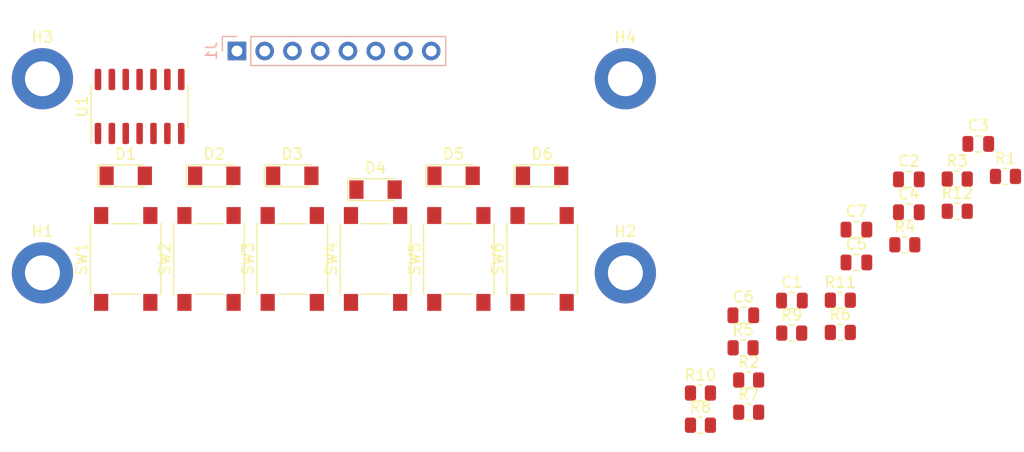
<source format=kicad_pcb>
(kicad_pcb (version 20211014) (generator pcbnew)
  (layers (0 "F.Cu" signal) (31 "B.Cu" signal) (34 "B.Paste" user) (35 "F.Paste" user) (36 "B.SilkS" user "B.Silkscreen") (37 "F.SilkS" user "F.Silkscreen") (38 "B.Mask" user) (39 "F.Mask" user) (44 "Edge.Cuts" user))
  (net 0 "")
  (net 1 "Net-(C1-Pad1)")
  (net 2 "GND")
  (net 3 "Net-(C2-Pad1)")
  (net 4 "Net-(C3-Pad1)")
  (net 5 "Net-(C4-Pad1)")
  (net 6 "Net-(C5-Pad1)")
  (net 7 "Net-(C6-Pad1)")
  (net 8 "VCC")
  (net 9 "Net-(D1-Pad2)")
  (net 10 "Net-(D2-Pad2)")
  (net 11 "Net-(D3-Pad2)")
  (net 12 "Net-(D4-Pad2)")
  (net 13 "Net-(D5-Pad2)")
  (net 14 "Net-(D6-Pad2)")
  (net 15 "A")
  (net 16 "B")
  (net 17 "C")
  (net 18 "D")
  (net 19 "E")
  (net 20 "F")
  (footprint "Resistor_SMD:R_0805_2012Metric" (layer "F.Cu") (at 142.76 106.67)
    (fp_text reference "R8" (at 0 -1.65) (layer "F.SilkS"))
    (fp_text value "1K")
    (fp_line (start -0.227064 0.735) (end 0.227064 0.735) (layer "F.SilkS") (width 0.12))
    (fp_line (start -0.227064 -0.735) (end 0.227064 -0.735) (layer "F.SilkS") (width 0.12))
    (pad "1" smd roundrect (at -0.9125 0) (size 1.025 1.4) (layers "F.Cu" "F.Paste" "F.Mask") (roundrect_rratio 0.243902) (net 5 "Net-(C4-Pad1)"))
    (pad "2" smd roundrect (at 0.9125 0) (size 1.025 1.4) (layers "F.Cu" "F.Paste" "F.Mask") (roundrect_rratio 0.243902) (net 12 "Net-(D4-Pad2)"))
  )
  (footprint "Capacitor_SMD:C_0805_2012Metric" (layer "F.Cu") (at 157.03 88.75)
    (fp_text reference "C7" (at 0 -1.68) (layer "F.SilkS"))
    (fp_text value "100nF")
    (fp_line (start -0.261252 -0.735) (end 0.261252 -0.735) (layer "F.SilkS") (width 0.12))
    (fp_line (start -0.261252 0.735) (end 0.261252 0.735) (layer "F.SilkS") (width 0.12))
    (pad "1" smd roundrect (at -0.95 0) (size 1 1.45) (layers "F.Cu" "F.Paste" "F.Mask") (net 8 "VCC"))
    (pad "2" smd roundrect (at 0.95 0) (size 1 1.45) (layers "F.Cu" "F.Paste" "F.Mask") (net 2 "GND"))
  )
  (footprint "Resistor_SMD:R_0805_2012Metric" (layer "F.Cu") (at 146.66 99.58)
    (fp_text reference "R5" (at 0 -1.65) (layer "F.SilkS"))
    (fp_text value "10K")
    (fp_line (start -0.227064 0.735) (end 0.227064 0.735) (layer "F.SilkS") (width 0.12))
    (fp_line (start -0.227064 -0.735) (end 0.227064 -0.735) (layer "F.SilkS") (width 0.12))
    (pad "1" smd roundrect (at -0.9125 0) (size 1.025 1.4) (layers "F.Cu" "F.Paste" "F.Mask") (roundrect_rratio 0.243902) (net 8 "VCC"))
    (pad "2" smd roundrect (at 0.9125 0) (size 1.025 1.4) (layers "F.Cu" "F.Paste" "F.Mask") (roundrect_rratio 0.243902) (net 11 "Net-(D3-Pad2)"))
  )
  (footprint "Resistor_SMD:R_0805_2012Metric" (layer "F.Cu") (at 161.46 90.14)
    (fp_text reference "R4" (at 0 -1.65) (layer "F.SilkS"))
    (fp_text value "1K")
    (fp_line (start -0.227064 0.735) (end 0.227064 0.735) (layer "F.SilkS") (width 0.12))
    (fp_line (start -0.227064 -0.735) (end 0.227064 -0.735) (layer "F.SilkS") (width 0.12))
    (pad "1" smd roundrect (at -0.9125 0) (size 1.025 1.4) (layers "F.Cu" "F.Paste" "F.Mask") (roundrect_rratio 0.243902) (net 3 "Net-(C2-Pad1)"))
    (pad "2" smd roundrect (at 0.9125 0) (size 1.025 1.4) (layers "F.Cu" "F.Paste" "F.Mask") (roundrect_rratio 0.243902) (net 10 "Net-(D2-Pad2)"))
  )
  (footprint "MountingHole:MountingHole_3.2mm_M3_DIN965_Pad_TopBottom" (layer "F.Cu") (at 82.55 74.93)
    (fp_text reference "H3" (at 0 -3.8) (layer "F.SilkS"))
    (fp_text value "M3")
    (pad "1" connect circle (at 0 0) (size 5.6 5.6) (layers "B.Cu" "B.Mask") (net 2 "GND"))
    (pad "1" connect circle (at 0 0) (size 5.6 5.6) (layers "F.Cu" "F.Mask") (net 2 "GND"))
    (pad "1" thru_hole circle (at 0 0) (size 3.6 3.6) (drill 3.2) (layers *.Cu *.Mask) (net 2 "GND"))
  )
  (footprint "Capacitor_SMD:C_0805_2012Metric" (layer "F.Cu") (at 146.68 96.6)
    (fp_text reference "C6" (at 0 -1.68) (layer "F.SilkS"))
    (fp_text value "100nF")
    (fp_line (start -0.261252 -0.735) (end 0.261252 -0.735) (layer "F.SilkS") (width 0.12))
    (fp_line (start -0.261252 0.735) (end 0.261252 0.735) (layer "F.SilkS") (width 0.12))
    (pad "1" smd roundrect (at -0.95 0) (size 1 1.45) (layers "F.Cu" "F.Paste" "F.Mask") (net 7 "Net-(C6-Pad1)"))
    (pad "2" smd roundrect (at 0.95 0) (size 1 1.45) (layers "F.Cu" "F.Paste" "F.Mask") (net 2 "GND"))
  )
  (footprint "Resistor_SMD:R_0805_2012Metric" (layer "F.Cu") (at 142.76 103.72)
    (fp_text reference "R10" (at 0 -1.65) (layer "F.SilkS"))
    (fp_text value "10K")
    (fp_line (start -0.227064 0.735) (end 0.227064 0.735) (layer "F.SilkS") (width 0.12))
    (fp_line (start -0.227064 -0.735) (end 0.227064 -0.735) (layer "F.SilkS") (width 0.12))
    (pad "1" smd roundrect (at -0.9125 0) (size 1.025 1.4) (layers "F.Cu" "F.Paste" "F.Mask") (roundrect_rratio 0.243902) (net 8 "VCC"))
    (pad "2" smd roundrect (at 0.9125 0) (size 1.025 1.4) (layers "F.Cu" "F.Paste" "F.Mask") (roundrect_rratio 0.243902) (net 14 "Net-(D6-Pad2)"))
  )
  (footprint "Resistor_SMD:R_0805_2012Metric" (layer "F.Cu") (at 155.56 98.17)
    (fp_text reference "R6" (at 0 -1.65) (layer "F.SilkS"))
    (fp_text value "10K")
    (fp_line (start -0.227064 -0.735) (end 0.227064 -0.735) (layer "F.SilkS") (width 0.12))
    (fp_line (start -0.227064 0.735) (end 0.227064 0.735) (layer "F.SilkS") (width 0.12))
    (pad "1" smd roundrect (at -0.9125 0) (size 1.025 1.4) (layers "F.Cu" "F.Paste" "F.Mask") (roundrect_rratio 0.243902) (net 8 "VCC"))
    (pad "2" smd roundrect (at 0.9125 0) (size 1.025 1.4) (layers "F.Cu" "F.Paste" "F.Mask") (roundrect_rratio 0.243902) (net 12 "Net-(D4-Pad2)"))
  )
  (footprint "Resistor_SMD:R_0805_2012Metric" (layer "F.Cu") (at 155.56 95.22)
    (fp_text reference "R11" (at 0 -1.65) (layer "F.SilkS"))
    (fp_text value "1K")
    (fp_line (start -0.227064 0.735) (end 0.227064 0.735) (layer "F.SilkS") (width 0.12))
    (fp_line (start -0.227064 -0.735) (end 0.227064 -0.735) (layer "F.SilkS") (width 0.12))
    (pad "1" smd roundrect (at -0.9125 0) (size 1.025 1.4) (layers "F.Cu" "F.Paste" "F.Mask") (roundrect_rratio 0.243902) (net 6 "Net-(C5-Pad1)"))
    (pad "2" smd roundrect (at 0.9125 0) (size 1.025 1.4) (layers "F.Cu" "F.Paste" "F.Mask") (roundrect_rratio 0.243902) (net 13 "Net-(D5-Pad2)"))
  )
  (footprint "Resistor_SMD:R_0805_2012Metric" (layer "F.Cu") (at 170.67 83.88)
    (fp_text reference "R1" (at 0 -1.65) (layer "F.SilkS"))
    (fp_text value "10K")
    (fp_line (start -0.227064 0.735) (end 0.227064 0.735) (layer "F.SilkS") (width 0.12))
    (fp_line (start -0.227064 -0.735) (end 0.227064 -0.735) (layer "F.SilkS") (width 0.12))
    (pad "1" smd roundrect (at -0.9125 0) (size 1.025 1.4) (layers "F.Cu" "F.Paste" "F.Mask") (roundrect_rratio 0.243902) (net 8 "VCC"))
    (pad "2" smd roundrect (at 0.9125 0) (size 1.025 1.4) (layers "F.Cu" "F.Paste" "F.Mask") (roundrect_rratio 0.243902) (net 9 "Net-(D1-Pad2)"))
  )
  (footprint "Diode_SMD:D_MiniMELF" (layer "F.Cu") (at 105.41 83.82)
    (fp_text reference "D3" (at 0 -2) (layer "F.SilkS"))
    (fp_text value "LL4148")
    (fp_line (start -2.55 -1) (end -2.55 1) (layer "F.SilkS") (width 0.12))
    (fp_line (start -2.55 1) (end 1.75 1) (layer "F.SilkS") (width 0.12))
    (fp_line (start 1.75 -1) (end -2.55 -1) (layer "F.SilkS") (width 0.12))
    (pad "1" smd rect (at -1.75 0) (size 1.3 1.7) (layers "F.Cu" "F.Paste" "F.Mask") (net 4 "Net-(C3-Pad1)"))
    (pad "2" smd rect (at 1.75 0) (size 1.3 1.7) (layers "F.Cu" "F.Paste" "F.Mask") (net 11 "Net-(D3-Pad2)"))
  )
  (footprint "Button_Switch_SMD:SW_SPST_PTS645" (layer "F.Cu") (at 120.65 91.44 90)
    (fp_text reference "SW5" (at 0 -4.05 90) (layer "F.SilkS"))
    (fp_text value "E")
    (fp_line (start -3.23 3.23) (end -3.23 3.2) (layer "F.SilkS") (width 0.12))
    (fp_line (start 3.23 3.23) (end 3.23 3.2) (layer "F.SilkS") (width 0.12))
    (fp_line (start 3.23 -3.23) (end 3.23 -3.2) (layer "F.SilkS") (width 0.12))
    (fp_line (start -3.23 -3.2) (end -3.23 -3.23) (layer "F.SilkS") (width 0.12))
    (fp_line (start 3.23 -1.3) (end 3.23 1.3) (layer "F.SilkS") (width 0.12))
    (fp_line (start -3.23 -1.3) (end -3.23 1.3) (layer "F.SilkS") (width 0.12))
    (fp_line (start -3.23 -3.23) (end 3.23 -3.23) (layer "F.SilkS") (width 0.12))
    (fp_line (start -3.23 3.23) (end 3.23 3.23) (layer "F.SilkS") (width 0.12))
    (pad "1" smd rect (at 3.98 -2.25 90) (size 1.55 1.3) (layers "F.Cu" "F.Paste" "F.Mask") (net 2 "GND"))
    (pad "1" smd rect (at -3.98 -2.25 90) (size 1.55 1.3) (layers "F.Cu" "F.Paste" "F.Mask") (net 2 "GND"))
    (pad "2" smd rect (at 3.98 2.25 90) (size 1.55 1.3) (layers "F.Cu" "F.Paste" "F.Mask") (net 13 "Net-(D5-Pad2)"))
    (pad "2" smd rect (at -3.98 2.25 90) (size 1.55 1.3) (layers "F.Cu" "F.Paste" "F.Mask") (net 13 "Net-(D5-Pad2)"))
  )
  (footprint "Capacitor_SMD:C_0805_2012Metric" (layer "F.Cu") (at 161.83 84.15)
    (fp_text reference "C2" (at 0 -1.68) (layer "F.SilkS"))
    (fp_text value "100nF")
    (fp_line (start -0.261252 0.735) (end 0.261252 0.735) (layer "F.SilkS") (width 0.12))
    (fp_line (start -0.261252 -0.735) (end 0.261252 -0.735) (layer "F.SilkS") (width 0.12))
    (pad "1" smd roundrect (at -0.95 0) (size 1 1.45) (layers "F.Cu" "F.Paste" "F.Mask") (net 3 "Net-(C2-Pad1)"))
    (pad "2" smd roundrect (at 0.95 0) (size 1 1.45) (layers "F.Cu" "F.Paste" "F.Mask") (net 2 "GND"))
  )
  (footprint "MountingHole:MountingHole_3.2mm_M3_DIN965_Pad_TopBottom" (layer "F.Cu") (at 82.55 92.71)
    (fp_text reference "H1" (at 0 -3.8) (layer "F.SilkS"))
    (fp_text value "M3")
    (pad "1" thru_hole circle (at 0 0) (size 3.6 3.6) (drill 3.2) (layers *.Cu *.Mask) (net 2 "GND"))
    (pad "1" connect circle (at 0 0) (size 5.6 5.6) (layers "B.Cu" "B.Mask") (net 2 "GND"))
    (pad "1" connect circle (at 0 0) (size 5.6 5.6) (layers "F.Cu" "F.Mask") (net 2 "GND"))
  )
  (footprint "Diode_SMD:D_MiniMELF" (layer "F.Cu") (at 113.03 85.09)
    (fp_text reference "D4" (at 0 -2) (layer "F.SilkS"))
    (fp_text value "LL4148")
    (fp_line (start -2.55 1) (end 1.75 1) (layer "F.SilkS") (width 0.12))
    (fp_line (start 1.75 -1) (end -2.55 -1) (layer "F.SilkS") (width 0.12))
    (fp_line (start -2.55 -1) (end -2.55 1) (layer "F.SilkS") (width 0.12))
    (pad "1" smd rect (at -1.75 0) (size 1.3 1.7) (layers "F.Cu" "F.Paste" "F.Mask") (net 5 "Net-(C4-Pad1)"))
    (pad "2" smd rect (at 1.75 0) (size 1.3 1.7) (layers "F.Cu" "F.Paste" "F.Mask") (net 12 "Net-(D4-Pad2)"))
  )
  (footprint "Diode_SMD:D_MiniMELF" (layer "F.Cu") (at 128.27 83.82)
    (fp_text reference "D6" (at 0 -2) (layer "F.SilkS"))
    (fp_text value "LL4148")
    (fp_line (start -2.55 -1) (end -2.55 1) (layer "F.SilkS") (width 0.12))
    (fp_line (start -2.55 1) (end 1.75 1) (layer "F.SilkS") (width 0.12))
    (fp_line (start 1.75 -1) (end -2.55 -1) (layer "F.SilkS") (width 0.12))
    (pad "1" smd rect (at -1.75 0) (size 1.3 1.7) (layers "F.Cu" "F.Paste" "F.Mask") (net 7 "Net-(C6-Pad1)"))
    (pad "2" smd rect (at 1.75 0) (size 1.3 1.7) (layers "F.Cu" "F.Paste" "F.Mask") (net 14 "Net-(D6-Pad2)"))
  )
  (footprint "Capacitor_SMD:C_0805_2012Metric" (layer "F.Cu") (at 157.03 91.76)
    (fp_text reference "C5" (at 0 -1.68) (layer "F.SilkS"))
    (fp_text value "100nF")
    (fp_line (start -0.261252 -0.735) (end 0.261252 -0.735) (layer "F.SilkS") (width 0.12))
    (fp_line (start -0.261252 0.735) (end 0.261252 0.735) (layer "F.SilkS") (width 0.12))
    (pad "1" smd roundrect (at -0.95 0) (size 1 1.45) (layers "F.Cu" "F.Paste" "F.Mask") (net 6 "Net-(C5-Pad1)"))
    (pad "2" smd roundrect (at 0.95 0) (size 1 1.45) (layers "F.Cu" "F.Paste" "F.Mask") (net 2 "GND"))
  )
  (footprint "Resistor_SMD:R_0805_2012Metric" (layer "F.Cu") (at 147.17 102.53)
    (fp_text reference "R2" (at 0 -1.65) (layer "F.SilkS"))
    (fp_text value "10K")
    (fp_line (start -0.227064 0.735) (end 0.227064 0.735) (layer "F.SilkS") (width 0.12))
    (fp_line (start -0.227064 -0.735) (end 0.227064 -0.735) (layer "F.SilkS") (width 0.12))
    (pad "1" smd roundrect (at -0.9125 0) (size 1.025 1.4) (layers "F.Cu" "F.Paste" "F.Mask") (roundrect_rratio 0.243902) (net 8 "VCC"))
    (pad "2" smd roundrect (at 0.9125 0) (size 1.025 1.4) (layers "F.Cu" "F.Paste" "F.Mask") (roundrect_rratio 0.243902) (net 10 "Net-(D2-Pad2)"))
  )
  (footprint "Button_Switch_SMD:SW_SPST_PTS645" (layer "F.Cu") (at 128.27 91.44 90)
    (fp_text reference "SW6" (at 0 -4.05 90) (layer "F.SilkS"))
    (fp_text value "F")
    (fp_line (start -3.23 3.23) (end 3.23 3.23) (layer "F.SilkS") (width 0.12))
    (fp_line (start -3.23 -3.2) (end -3.23 -3.23) (layer "F.SilkS") (width 0.12))
    (fp_line (start 3.23 -3.23) (end 3.23 -3.2) (layer "F.SilkS") (width 0.12))
    (fp_line (start -3.23 3.23) (end -3.23 3.2) (layer "F.SilkS") (width 0.12))
    (fp_line (start -3.23 -1.3) (end -3.23 1.3) (layer "F.SilkS") (width 0.12))
    (fp_line (start 3.23 3.23) (end 3.23 3.2) (layer "F.SilkS") (width 0.12))
    (fp_line (start 3.23 -1.3) (end 3.23 1.3) (layer "F.SilkS") (width 0.12))
    (fp_line (start -3.23 -3.23) (end 3.23 -3.23) (layer "F.SilkS") (width 0.12))
    (pad "1" smd rect (at 3.98 -2.25 90) (size 1.55 1.3) (layers "F.Cu" "F.Paste" "F.Mask") (net 2 "GND"))
    (pad "1" smd rect (at -3.98 -2.25 90) (size 1.55 1.3) (layers "F.Cu" "F.Paste" "F.Mask") (net 2 "GND"))
    (pad "2" smd rect (at -3.98 2.25 90) (size 1.55 1.3) (layers "F.Cu" "F.Paste" "F.Mask") (net 14 "Net-(D6-Pad2)"))
    (pad "2" smd rect (at 3.98 2.25 90) (size 1.55 1.3) (layers "F.Cu" "F.Paste" "F.Mask") (net 14 "Net-(D6-Pad2)"))
  )
  (footprint "Diode_SMD:D_MiniMELF" (layer "F.Cu") (at 98.27 83.82)
    (fp_text reference "D2" (at 0 -2) (layer "F.SilkS"))
    (fp_text value "LL4148")
    (fp_line (start 1.75 -1) (end -2.55 -1) (layer "F.SilkS") (width 0.12))
    (fp_line (start -2.55 -1) (end -2.55 1) (layer "F.SilkS") (width 0.12))
    (fp_line (start -2.55 1) (end 1.75 1) (layer "F.SilkS") (width 0.12))
    (pad "1" smd rect (at -1.75 0) (size 1.3 1.7) (layers "F.Cu" "F.Paste" "F.Mask") (net 3 "Net-(C2-Pad1)"))
    (pad "2" smd rect (at 1.75 0) (size 1.3 1.7) (layers "F.Cu" "F.Paste" "F.Mask") (net 10 "Net-(D2-Pad2)"))
  )
  (footprint "Capacitor_SMD:C_0805_2012Metric" (layer "F.Cu") (at 151.13 95.25)
    (fp_text reference "C1" (at 0 -1.68) (layer "F.SilkS"))
    (fp_text value "100nF")
    (fp_line (start -0.261252 -0.735) (end 0.261252 -0.735) (layer "F.SilkS") (width 0.12))
    (fp_line (start -0.261252 0.735) (end 0.261252 0.735) (layer "F.SilkS") (width 0.12))
    (pad "1" smd roundrect (at -0.95 0) (size 1 1.45) (layers "F.Cu" "F.Paste" "F.Mask") (net 1 "Net-(C1-Pad1)"))
    (pad "2" smd roundrect (at 0.95 0) (size 1 1.45) (layers "F.Cu" "F.Paste" "F.Mask") (net 2 "GND"))
  )
  (footprint "MountingHole:MountingHole_3.2mm_M3_DIN965_Pad_TopBottom" (layer "F.Cu") (at 135.89 92.71)
    (fp_text reference "H2" (at 0 -3.8) (layer "F.SilkS"))
    (fp_text value "M3")
    (pad "1" connect circle (at 0 0) (size 5.6 5.6) (layers "F.Cu" "F.Mask") (net 2 "GND"))
    (pad "1" connect circle (at 0 0) (size 5.6 5.6) (layers "B.Cu" "B.Mask") (net 2 "GND"))
    (pad "1" thru_hole circle (at 0 0) (size 3.6 3.6) (drill 3.2) (layers *.Cu *.Mask) (net 2 "GND"))
  )
  (footprint "Button_Switch_SMD:SW_SPST_PTS645" (layer "F.Cu") (at 105.41 91.44 90)
    (fp_text reference "SW3" (at 0 -4.05 90) (layer "F.SilkS"))
    (fp_text value "C")
    (fp_line (start 3.23 3.23) (end 3.23 3.2) (layer "F.SilkS") (width 0.12))
    (fp_line (start -3.23 3.23) (end 3.23 3.23) (layer "F.SilkS") (width 0.12))
    (fp_line (start 3.23 -1.3) (end 3.23 1.3) (layer "F.SilkS") (width 0.12))
    (fp_line (start -3.23 -3.2) (end -3.23 -3.23) (layer "F.SilkS") (width 0.12))
    (fp_line (start -3.23 -1.3) (end -3.23 1.3) (layer "F.SilkS") (width 0.12))
    (fp_line (start -3.23 -3.23) (end 3.23 -3.23) (layer "F.SilkS") (width 0.12))
    (fp_line (start -3.23 3.23) (end -3.23 3.2) (layer "F.SilkS") (width 0.12))
    (fp_line (start 3.23 -3.23) (end 3.23 -3.2) (layer "F.SilkS") (width 0.12))
    (pad "1" smd rect (at 3.98 -2.25 90) (size 1.55 1.3) (layers "F.Cu" "F.Paste" "F.Mask") (net 2 "GND"))
    (pad "1" smd rect (at -3.98 -2.25 90) (size 1.55 1.3) (layers "F.Cu" "F.Paste" "F.Mask") (net 2 "GND"))
    (pad "2" smd rect (at -3.98 2.25 90) (size 1.55 1.3) (layers "F.Cu" "F.Paste" "F.Mask") (net 11 "Net-(D3-Pad2)"))
    (pad "2" smd rect (at 3.98 2.25 90) (size 1.55 1.3) (layers "F.Cu" "F.Paste" "F.Mask") (net 11 "Net-(D3-Pad2)"))
  )
  (footprint "Button_Switch_SMD:SW_SPST_PTS645" (layer "F.Cu") (at 97.79 91.44 90)
    (fp_text reference "SW2" (at 0 -4.05 90) (layer "F.SilkS"))
    (fp_text value "B")
    (fp_line (start 3.23 -3.23) (end 3.23 -3.2) (layer "F.SilkS") (width 0.12))
    (fp_line (start 3.23 -1.3) (end 3.23 1.3) (layer "F.SilkS") (width 0.12))
    (fp_line (start -3.23 -3.23) (end 3.23 -3.23) (layer "F.SilkS") (width 0.12))
    (fp_line (start -3.23 3.23) (end 3.23 3.23) (layer "F.SilkS") (width 0.12))
    (fp_line (start -3.23 -1.3) (end -3.23 1.3) (layer "F.SilkS") (width 0.12))
    (fp_line (start 3.23 3.23) (end 3.23 3.2) (layer "F.SilkS") (width 0.12))
    (fp_line (start -3.23 3.23) (end -3.23 3.2) (layer "F.SilkS") (width 0.12))
    (fp_line (start -3.23 -3.2) (end -3.23 -3.23) (layer "F.SilkS") (width 0.12))
    (pad "1" smd rect (at -3.98 -2.25 90) (size 1.55 1.3) (layers "F.Cu" "F.Paste" "F.Mask") (net 2 "GND"))
    (pad "1" smd rect (at 3.98 -2.25 90) (size 1.55 1.3) (layers "F.Cu" "F.Paste" "F.Mask") (net 2 "GND"))
    (pad "2" smd rect (at -3.98 2.25 90) (size 1.55 1.3) (layers "F.Cu" "F.Paste" "F.Mask") (net 10 "Net-(D2-Pad2)"))
    (pad "2" smd rect (at 3.98 2.25 90) (size 1.55 1.3) (layers "F.Cu" "F.Paste" "F.Mask") (net 10 "Net-(D2-Pad2)"))
  )
  (footprint "Package_SO:SO-14_3.9x8.65mm_P1.27mm" (layer "F.Cu") (at 91.44 77.47 90)
    (fp_text reference "U1" (at 0 -5.28 90) (layer "F.SilkS"))
    (fp_text value "74HC14")
    (fp_line (start 0 4.435) (end -1.95 4.435) (layer "F.SilkS") (width 0.12))
    (fp_line (start 0 -4.435) (end -3.45 -4.435) (layer "F.SilkS") (width 0.12))
    (fp_line (start 0 4.435) (end 1.95 4.435) (layer "F.SilkS") (width 0.12))
    (fp_line (start 0 -4.435) (end 1.95 -4.435) (layer "F.SilkS") (width 0.12))
    (pad "1" smd roundrect (at -2.475 -3.81 90) (size 1.95 0.6) (layers "F.Cu" "F.Paste" "F.Mask") (net 1 "Net-(C1-Pad1)"))
    (pad "2" smd roundrect (at -2.475 -2.54 90) (size 1.95 0.6) (layers "F.Cu" "F.Paste" "F.Mask") (net 15 "A"))
    (pad "3" smd roundrect (at -2.475 -1.27 90) (size 1.95 0.6) (layers "F.Cu" "F.Paste" "F.Mask") (net 3 "Net-(C2-Pad1)"))
    (pad "4" smd roundrect (at -2.475 0 90) (size 1.95 0.6) (layers "F.Cu" "F.Paste" "F.Mask") (net 16 "B"))
    (pad "5" smd roundrect (at -2.475 1.27 90) (size 1.95 0.6) (layers "F.Cu" "F.Paste" "F.Mask") (net 4 "Net-(C3-Pad1)"))
    (pad "6" smd roundrect (at -2.475 2.54 90) (size 1.95 0.6) (layers "F.Cu" "F.Paste" "F.Mask") (net 17 "C"))
    (pad "7" smd roundrect (at -2.475 3.81 90) (size 1.95 0.6) (layers "F.Cu" "F.Paste" "F.Mask") (net 2 "GND"))
    (pad "8" smd roundrect (at 2.475 3.81 90) (size 1.95 0.6) (layers "F.Cu" "F.Paste" "F.Mask") (net 18 "D"))
    (pad "9" smd roundrect (at 2.475 2.54 90) (size 1.95 0.6) (layers "F.Cu" "F.Paste" "F.Mask") (net 5 "Net-(C4-Pad1)"))
    (pad "10" smd roundrect (at 2.475 1.27 90) (size 1.95 0.6) (layers "F.Cu" "F.Paste" "F.Mask") (net 19 "E"))
    (pad "11" smd roundrect (at 2.475 0 90) (size 1.95 0.6) (layers "F.Cu" "F.Paste" "F.Mask") (net 6 "Net-(C5-Pad1)"))
    (pad "12" smd roundrect (at 2.475 -1.27 90) (size 1.95 0.6) (layers "F.Cu" "F.Paste" "F.Mask") (net 20 "F"))
    (pad "13" smd roundrect (at 2.475 -2.54 90) (size 1.95 0.6) (layers "F.Cu" "F.Paste" "F.Mask") (net 7 "Net-(C6-Pad1)"))
    (pad "14" smd roundrect (at 2.475 -3.81 90) (size 1.95 0.6) (layers "F.Cu" "F.Paste" "F.Mask") (net 8 "VCC"))
  )
  (footprint "Capacitor_SMD:C_0805_2012Metric" (layer "F.Cu") (at 161.83 87.16)
    (fp_text reference "C4" (at 0 -1.68) (layer "F.SilkS"))
    (fp_text value "100nF")
    (fp_line (start -0.261252 0.735) (end 0.261252 0.735) (layer "F.SilkS") (width 0.12))
    (fp_line (start -0.261252 -0.735) (end 0.261252 -0.735) (layer "F.SilkS") (width 0.12))
    (pad "1" smd roundrect (at -0.95 0) (size 1 1.45) (layers "F.Cu" "F.Paste" "F.Mask") (net 5 "Net-(C4-Pad1)"))
    (pad "2" smd roundrect (at 0.95 0) (size 1 1.45) (layers "F.Cu" "F.Paste" "F.Mask") (net 2 "GND"))
  )
  (footprint "Button_Switch_SMD:SW_SPST_PTS645" (layer "F.Cu") (at 90.17 91.44 90)
    (fp_text reference "SW1" (at 0 -4.05 90) (layer "F.SilkS"))
    (fp_text value "A")
    (fp_line (start 3.23 3.23) (end 3.23 3.2) (layer "F.SilkS") (width 0.12))
    (fp_line (start 3.23 -3.23) (end 3.23 -3.2) (layer "F.SilkS") (width 0.12))
    (fp_line (start -3.23 3.23) (end -3.23 3.2) (layer "F.SilkS") (width 0.12))
    (fp_line (start -3.23 -1.3) (end -3.23 1.3) (layer "F.SilkS") (width 0.12))
    (fp_line (start 3.23 -1.3) (end 3.23 1.3) (layer "F.SilkS") (width 0.12))
    (fp_line (start -3.23 3.23) (end 3.23 3.23) (layer "F.SilkS") (width 0.12))
    (fp_line (start -3.23 -3.23) (end 3.23 -3.23) (layer "F.SilkS") (width 0.12))
    (fp_line (start -3.23 -3.2) (end -3.23 -3.23) (layer "F.SilkS") (width 0.12))
    (pad "1" smd rect (at 3.98 -2.25 90) (size 1.55 1.3) (layers "F.Cu" "F.Paste" "F.Mask") (net 2 "GND"))
    (pad "1" smd rect (at -3.98 -2.25 90) (size 1.55 1.3) (layers "F.Cu" "F.Paste" "F.Mask") (net 2 "GND"))
    (pad "2" smd rect (at -3.98 2.25 90) (size 1.55 1.3) (layers "F.Cu" "F.Paste" "F.Mask") (net 9 "Net-(D1-Pad2)"))
    (pad "2" smd rect (at 3.98 2.25 90) (size 1.55 1.3) (layers "F.Cu" "F.Paste" "F.Mask") (net 9 "Net-(D1-Pad2)"))
  )
  (footprint "MountingHole:MountingHole_3.2mm_M3_DIN965_Pad_TopBottom" (layer "F.Cu") (at 135.89 74.93)
    (fp_text reference "H4" (at 0 -3.8) (layer "F.SilkS"))
    (fp_text value "M3")
    (pad "1" connect circle (at 0 0) (size 5.6 5.6) (layers "F.Cu" "F.Mask") (net 2 "GND"))
    (pad "1" connect circle (at 0 0) (size 5.6 5.6) (layers "B.Cu" "B.Mask") (net 2 "GND"))
    (pad "1" thru_hole circle (at 0 0) (size 3.6 3.6) (drill 3.2) (layers *.Cu *.Mask) (net 2 "GND"))
  )
  (footprint "Button_Switch_SMD:SW_SPST_PTS645" (layer "F.Cu") (at 113.03 91.44 90)
    (fp_text reference "SW4" (at 0 -4.05 90) (layer "F.SilkS"))
    (fp_text value "D")
    (fp_line (start -3.23 3.23) (end 3.23 3.23) (layer "F.SilkS") (width 0.12))
    (fp_line (start -3.23 -3.23) (end 3.23 -3.23) (layer "F.SilkS") (width 0.12))
    (fp_line (start -3.23 3.23) (end -3.23 3.2) (layer "F.SilkS") (width 0.12))
    (fp_line (start -3.23 -3.2) (end -3.23 -3.23) (layer "F.SilkS") (width 0.12))
    (fp_line (start 3.23 -1.3) (end 3.23 1.3) (layer "F.SilkS") (width 0.12))
    (fp_line (start 3.23 -3.23) (end 3.23 -3.2) (layer "F.SilkS") (width 0.12))
    (fp_line (start -3.23 -1.3) (end -3.23 1.3) (layer "F.SilkS") (width 0.12))
    (fp_line (start 3.23 3.23) (end 3.23 3.2) (layer "F.SilkS") (width 0.12))
    (pad "1" smd rect (at 3.98 -2.25 90) (size 1.55 1.3) (layers "F.Cu" "F.Paste" "F.Mask") (net 2 "GND"))
    (pad "1" smd rect (at -3.98 -2.25 90) (size 1.55 1.3) (layers "F.Cu" "F.Paste" "F.Mask") (net 2 "GND"))
    (pad "2" smd rect (at 3.98 2.25 90) (size 1.55 1.3) (layers "F.Cu" "F.Paste" "F.Mask") (net 12 "Net-(D4-Pad2)"))
    (pad "2" smd rect (at -3.98 2.25 90) (size 1.55 1.3) (layers "F.Cu" "F.Paste" "F.Mask") (net 12 "Net-(D4-Pad2)"))
  )
  (footprint "Resistor_SMD:R_0805_2012Metric" (layer "F.Cu") (at 147.17 105.48)
    (fp_text reference "R7" (at 0 -1.65) (layer "F.SilkS"))
    (fp_text value "1K")
    (fp_line (start -0.227064 0.735) (end 0.227064 0.735) (layer "F.SilkS") (width 0.12))
    (fp_line (start -0.227064 -0.735) (end 0.227064 -0.735) (layer "F.SilkS") (width 0.12))
    (pad "1" smd roundrect (at -0.9125 0) (size 1.025 1.4) (layers "F.Cu" "F.Paste" "F.Mask") (roundrect_rratio 0.243902) (net 4 "Net-(C3-Pad1)"))
    (pad "2" smd roundrect (at 0.9125 0) (size 1.025 1.4) (layers "F.Cu" "F.Paste" "F.Mask") (roundrect_rratio 0.243902) (net 11 "Net-(D3-Pad2)"))
  )
  (footprint "Resistor_SMD:R_0805_2012Metric" (layer "F.Cu") (at 166.26 84.12)
    (fp_text reference "R3" (at 0 -1.65) (layer "F.SilkS"))
    (fp_text value "1K")
    (fp_line (start -0.227064 0.735) (end 0.227064 0.735) (layer "F.SilkS") (width 0.12))
    (fp_line (start -0.227064 -0.735) (end 0.227064 -0.735) (layer "F.SilkS") (width 0.12))
    (pad "1" smd roundrect (at -0.9125 0) (size 1.025 1.4) (layers "F.Cu" "F.Paste" "F.Mask") (roundrect_rratio 0.243902) (net 1 "Net-(C1-Pad1)"))
    (pad "2" smd roundrect (at 0.9125 0) (size 1.025 1.4) (layers "F.Cu" "F.Paste" "F.Mask") (roundrect_rratio 0.243902) (net 9 "Net-(D1-Pad2)"))
  )
  (footprint "Capacitor_SMD:C_0805_2012Metric" (layer "F.Cu") (at 168.18 80.9)
    (fp_text reference "C3" (at 0 -1.68) (layer "F.SilkS"))
    (fp_text value "100nF")
    (fp_line (start -0.261252 -0.735) (end 0.261252 -0.735) (layer "F.SilkS") (width 0.12))
    (fp_line (start -0.261252 0.735) (end 0.261252 0.735) (layer "F.SilkS") (width 0.12))
    (pad "1" smd roundrect (at -0.95 0) (size 1 1.45) (layers "F.Cu" "F.Paste" "F.Mask") (net 4 "Net-(C3-Pad1)"))
    (pad "2" smd roundrect (at 0.95 0) (size 1 1.45) (layers "F.Cu" "F.Paste" "F.Mask") (net 2 "GND"))
  )
  (footprint "Diode_SMD:D_MiniMELF" (layer "F.Cu") (at 90.17 83.82)
    (fp_text reference "D1" (at 0 -2) (layer "F.SilkS"))
    (fp_text value "LL4148")
    (fp_line (start -2.55 -1) (end -2.55 1) (layer "F.SilkS") (width 0.12))
    (fp_line (start 1.75 -1) (end -2.55 -1) (layer "F.SilkS") (width 0.12))
    (fp_line (start -2.55 1) (end 1.75 1) (layer "F.SilkS") (width 0.12))
    (pad "1" smd rect (at -1.75 0) (size 1.3 1.7) (layers "F.Cu" "F.Paste" "F.Mask") (net 1 "Net-(C1-Pad1)"))
    (pad "2" smd rect (at 1.75 0) (size 1.3 1.7) (layers "F.Cu" "F.Paste" "F.Mask") (net 9 "Net-(D1-Pad2)"))
  )
  (footprint "Resistor_SMD:R_0805_2012Metric" (layer "F.Cu") (at 166.26 87.07)
    (fp_text reference "R12" (at 0 -1.65) (layer "F.SilkS"))
    (fp_text value "1K")
    (fp_line (start -0.227064 -0.735) (end 0.227064 -0.735) (layer "F.SilkS") (width 0.12))
    (fp_line (start -0.227064 0.735) (end 0.227064 0.735) (layer "F.SilkS") (width 0.12))
    (pad "1" smd roundrect (at -0.9125 0) (size 1.025 1.4) (layers "F.Cu" "F.Paste" "F.Mask") (roundrect_rratio 0.243902) (net 7 "Net-(C6-Pad1)"))
    (pad "2" smd roundrect (at 0.9125 0) (size 1.025 1.4) (layers "F.Cu" "F.Paste" "F.Mask") (roundrect_rratio 0.243902) (net 14 "Net-(D6-Pad2)"))
  )
  (footprint "Resistor_SMD:R_0805_2012Metric" (layer "F.Cu") (at 151.11 98.23)
    (fp_text reference "R9" (at 0 -1.65) (layer "F.SilkS"))
    (fp_text value "10K")
    (fp_line (start -0.227064 -0.735) (end 0.227064 -0.735) (layer "F.SilkS") (width 0.12))
    (fp_line (start -0.227064 0.735) (end 0.227064 0.735) (layer "F.SilkS") (width 0.12))
    (pad "1" smd roundrect (at -0.9125 0) (size 1.025 1.4) (layers "F.Cu" "F.Paste" "F.Mask") (roundrect_rratio 0.243902) (net 8 "VCC"))
    (pad "2" smd roundrect (at 0.9125 0) (size 1.025 1.4) (layers "F.Cu" "F.Paste" "F.Mask") (roundrect_rratio 0.243902) (net 13 "Net-(D5-Pad2)"))
  )
  (footprint "Diode_SMD:D_MiniMELF" (layer "F.Cu") (at 120.17 83.82)
    (fp_text reference "D5" (at 0 -2) (layer "F.SilkS"))
    (fp_text value "LL4148")
    (fp_line (start 1.75 -1) (end -2.55 -1) (layer "F.SilkS") (width 0.12))
    (fp_line (start -2.55 1) (end 1.75 1) (layer "F.SilkS") (width 0.12))
    (fp_line (start -2.55 -1) (end -2.55 1) (layer "F.SilkS") (width 0.12))
    (pad "1" smd rect (at -1.75 0) (size 1.3 1.7) (layers "F.Cu" "F.Paste" "F.Mask") (net 6 "Net-(C5-Pad1)"))
    (pad "2" smd rect (at 1.75 0) (size 1.3 1.7) (layers "F.Cu" "F.Paste" "F.Mask") (net 13 "Net-(D5-Pad2)"))
  )
  (footprint "Connector_PinHeader_2.54mm:PinHeader_1x08_P2.54mm_Vertical" (layer "B.Cu") (at 100.345 72.39 -90)
    (fp_text reference "J1" (at 0 2.33 90) (layer "B.SilkS") (effects (justify mirror)))
    (fp_text value "Conn_01x08")
    (fp_line (start -1.33 -19.11) (end 1.33 -19.11) (layer "B.SilkS") (width 0.12))
    (fp_line (start -1.33 -1.27) (end -1.33 -19.11) (layer "B.SilkS") (width 0.12))
    (fp_line (start -1.33 -1.27) (end 1.33 -1.27) (layer "B.SilkS") (width 0.12))
    (fp_line (start -1.33 1.33) (end 0 1.33) (layer "B.SilkS") (width 0.12))
    (fp_line (start 1.33 -1.27) (end 1.33 -19.11) (layer "B.SilkS") (width 0.12))
    (fp_line (start -1.33 0) (end -1.33 1.33) (layer "B.SilkS") (width 0.12))
    (pad "1" thru_hole rect (at 0 0 270) (size 1.7 1.7) (drill 1) (layers *.Cu *.Mask) (net 8 "VCC"))
    (pad "2" thru_hole oval (at 0 -2.54 270) (size 1.7 1.7) (drill 1) (layers *.Cu *.Mask) (net 2 "GND"))
    (pad "3" thru_hole oval (at 0 -5.08 270) (size 1.7 1.7) (drill 1) (layers *.Cu *.Mask) (net 15 "A"))
    (pad "4" thru_hole oval (at 0 -7.62 270) (size 1.7 1.7) (drill 1) (layers *.Cu *.Mask) (net 16 "B"))
    (pad "5" thru_hole oval (at 0 -10.16 270) (size 1.7 1.7) (drill 1) (layers *.Cu *.Mask) (net 17 "C"))
    (pad "6" thru_hole oval (at 0 -12.7 270) (size 1.7 1.7) (drill 1) (layers *.Cu *.Mask) (net 18 "D"))
    (pad "7" thru_hole oval (at 0 -15.24 270) (size 1.7 1.7) (drill 1) (layers *.Cu *.Mask) (net 19 "E"))
    (pad "8" thru_hole oval (at 0 -17.78 270) (size 1.7 1.7) (drill 1) (layers *.Cu *.Mask) (net 20 "F"))
  )
)
</source>
